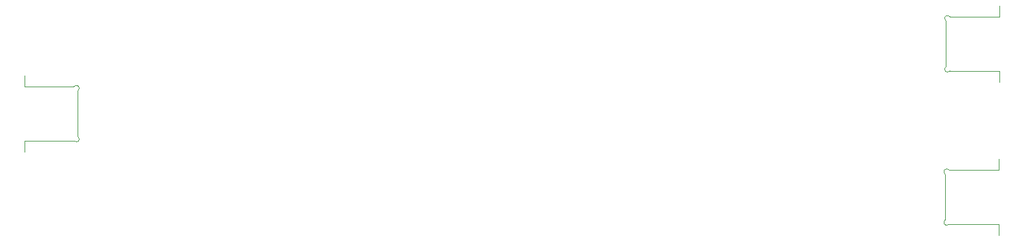
<source format=gbr>
%TF.GenerationSoftware,Altium Limited,Altium Designer,23.4.1 (23)*%
G04 Layer_Color=16711935*
%FSLAX45Y45*%
%MOMM*%
%TF.SameCoordinates,576A2805-CD40-4E5C-B7A3-750DB6231075*%
%TF.FilePolarity,Positive*%
%TF.FileFunction,Other,Mechanical_1*%
%TF.Part,Single*%
G01*
G75*
%TA.AperFunction,NonConductor*%
%ADD92C,0.00000*%
D92*
X12127327Y1626094D02*
G03*
X12096080Y1640998I-30569J-23883D01*
G01*
X12096200Y1641000D02*
G03*
X12056200Y1601000I0J-40000D01*
G01*
X12056200Y1601070D02*
G03*
X12076139Y1566535I39878J0D01*
G01*
Y973465D02*
G03*
X12056200Y938930I19939J-34535D01*
G01*
X12056200Y939000D02*
G03*
X12096200Y899000I40000J0D01*
G01*
X12096080Y899002D02*
G03*
X12127327Y913906I677J38787D01*
G01*
X12137526Y3634894D02*
G03*
X12106280Y3649798I-30569J-23883D01*
G01*
X12106400Y3649800D02*
G03*
X12066400Y3609800I0J-40000D01*
G01*
X12066400Y3609870D02*
G03*
X12086339Y3575335I39878J0D01*
G01*
Y2982265D02*
G03*
X12066400Y2947729I19939J-34535D01*
G01*
X12066400Y2947800D02*
G03*
X12106400Y2907800I40000J0D01*
G01*
X12106280Y2907802D02*
G03*
X12137526Y2922706I677J38787D01*
G01*
X695320Y2735398D02*
G03*
X664074Y2720494I-677J-38787D01*
G01*
X735200Y2695400D02*
G03*
X695200Y2735400I-40000J0D01*
G01*
X715261Y2660935D02*
G03*
X735200Y2695470I-19939J34535D01*
G01*
Y2033329D02*
G03*
X715261Y2067865I-39878J0D01*
G01*
X695200Y1993400D02*
G03*
X735200Y2033400I0J40000D01*
G01*
X664074Y2008306D02*
G03*
X695320Y1993402I30569J23883D01*
G01*
X12776200Y1626000D02*
Y1770000D01*
X12127400Y1626000D02*
X12776200D01*
X12076200Y973500D02*
Y1566500D01*
X12127400Y914000D02*
X12776200D01*
Y770000D02*
Y914000D01*
X12786400Y3634800D02*
Y3778800D01*
X12137600Y3634800D02*
X12786400D01*
X12086400Y2982300D02*
Y3575300D01*
X12137600Y2922800D02*
X12786400D01*
Y2778800D02*
Y2922800D01*
X15200Y2720400D02*
Y2864400D01*
Y2720400D02*
X664000D01*
X715200Y2067900D02*
Y2660900D01*
X15200Y2008400D02*
X664000D01*
X15200Y1864400D02*
Y2008400D01*
%TF.MD5,410c2274d0684d3781e5999d2ed58f1b*%
M02*

</source>
